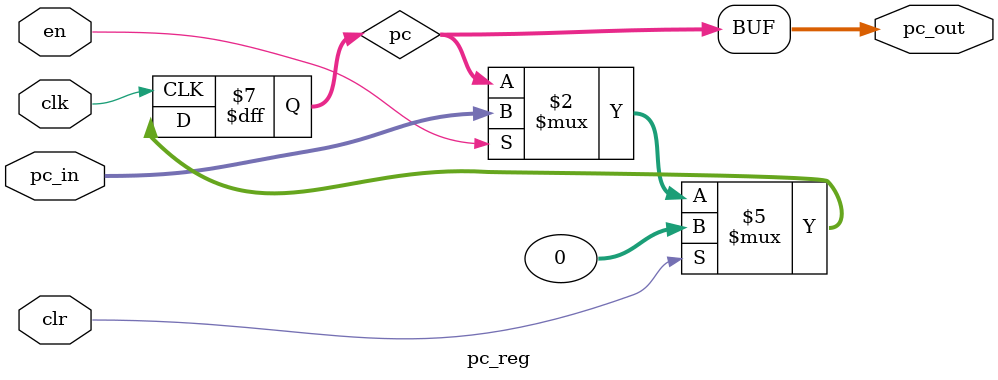
<source format=v>
module pc_reg (
        input clk,
        input en,
        input clr,
        input [31:0] pc_in,
        output [31:0] pc_out
    );
    reg [31:0] pc /* verilator public */;
    assign pc_out = pc;

    always @(posedge clk)
        if (clr)
            pc <= 0;
        else if (en)
            pc <= pc_in;

endmodule

</source>
